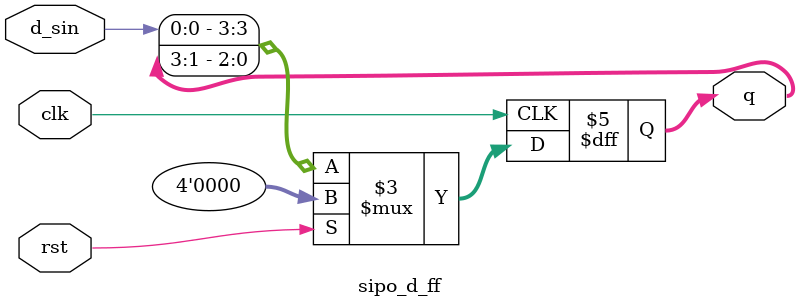
<source format=v>
module sipo_d_ff(input d_sin,clk,rst,
                 output reg [3:0] q); 

  always @(posedge clk) begin
     if (rst) begin
      q <= 4'b0000;
    end
    else
      q<={d_sin,q[3:1]};
   end
endmodule

</source>
